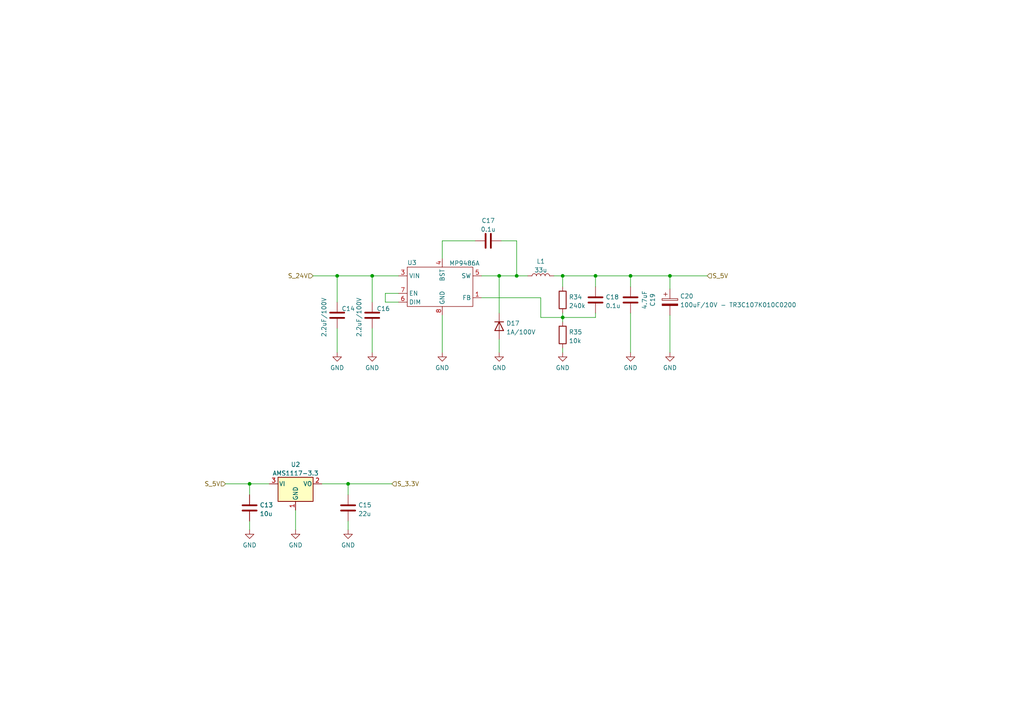
<source format=kicad_sch>
(kicad_sch (version 20211123) (generator eeschema)
  (paper "A4")
  (title_block (title "FloatPUMP Schematics") (date "2022-11-11") (rev "1.0") (company "robtor.de") (comment 1 "Controller board for up to 3 water pumps") (comment 2 "measuring capabilities with piezoresistive pressure sensors") (comment 3 "sensor input Range 4mA-20mA"))
  (lib_symbols
    (symbol "Device:C" (pin_numbers hide) (pin_names (offset 0.254))
      (property "Reference" "C" (at 0.635 2.54 0))
      (property "Value" "C" (at 0.635 -2.54 0))
      (symbol "C_0_1"
        (polyline (pts (xy -2.032 -0.762) (xy 2.032 -0.762)) (stroke (width 0.508)))
        (polyline (pts (xy -2.032 0.762) (xy 2.032 0.762)) (stroke (width 0.508)))
      )
      (symbol "C_1_1"
        (pin passive line (at 0 3.81 270) (length 2.794) (name "~") (number "1"))
        (pin passive line (at 0 -3.81 90) (length 2.794) (name "~") (number "2"))
      )
    )
    (symbol "Device:C_Polarized" (pin_numbers hide) (pin_names (offset 0.254))
      (property "Reference" "C" (at 0.635 2.54 0))
      (property "Value" "C_Polarized" (at 0.635 -2.54 0))
      (symbol "C_Polarized_0_1"
        (rectangle (start -2.286 0.508) (end 2.286 1.016))
        (polyline (pts (xy -1.778 2.286) (xy -0.762 2.286)))
        (polyline (pts (xy -1.27 2.794) (xy -1.27 1.778)))
        (rectangle (start 2.286 -0.508) (end -2.286 -1.016) (fill (type outline)))
      )
      (symbol "C_Polarized_1_1"
        (pin passive line (at 0 3.81 270) (length 2.794) (name "~") (number "1"))
        (pin passive line (at 0 -3.81 90) (length 2.794) (name "~") (number "2"))
      )
    )
    (symbol "Device:D" (pin_numbers hide) (pin_names (offset 1.016) hide)
      (property "Reference" "D" (at 0 2.54 0))
      (property "Value" "D" (at 0 -2.54 0))
      (symbol "D_0_1"
        (polyline (pts (xy -1.27 1.27) (xy -1.27 -1.27)) (stroke (width 0.254)))
        (polyline (pts (xy 1.27 0) (xy -1.27 0)))
        (polyline (pts (xy 1.27 1.27) (xy 1.27 -1.27) (xy -1.27 0) (xy 1.27 1.27)) (stroke (width 0.254)))
      )
      (symbol "D_1_1"
        (pin passive line (at -3.81 0 0) (length 2.54) (name "K") (number "1"))
        (pin passive line (at 3.81 0 180) (length 2.54) (name "A") (number "2"))
      )
    )
    (symbol "Device:L" (pin_numbers hide) (pin_names (offset 1.016) hide)
      (property "Reference" "L" (at -1.27 0 90))
      (property "Value" "L" (at 1.905 0 90))
      (symbol "L_0_1"
        (arc (start 0 -2.54) (mid 0.635 -1.905) (end 0 -1.27))
        (arc (start 0 -1.27) (mid 0.635 -0.635) (end 0 0))
        (arc (start 0 0) (mid 0.635 0.635) (end 0 1.27))
        (arc (start 0 1.27) (mid 0.635 1.905) (end 0 2.54))
      )
      (symbol "L_1_1"
        (pin passive line (at 0 3.81 270) (length 1.27) (name "1") (number "1"))
        (pin passive line (at 0 -3.81 90) (length 1.27) (name "2") (number "2"))
      )
    )
    (symbol "Device:R" (pin_numbers hide) (pin_names (offset 0))
      (property "Reference" "R" (at 2.032 0 90))
      (property "Value" "R" (at 0 0 90))
      (symbol "R_0_1"
        (rectangle (start -1.016 -2.54) (end 1.016 2.54) (stroke (width 0.254)))
      )
      (symbol "R_1_1"
        (pin passive line (at 0 3.81 270) (length 1.27) (name "~") (number "1"))
        (pin passive line (at 0 -3.81 90) (length 1.27) (name "~") (number "2"))
      )
    )
    (symbol "Regulator_Linear:AMS1117-3.3" (pin_names (offset 0.254))
      (property "Reference" "U" (at -3.81 3.175 0))
      (property "Value" "AMS1117-3.3" (at 0 3.175 0))
      (symbol "AMS1117-3.3_0_1"
        (rectangle (start -5.08 -5.08) (end 5.08 1.905) (stroke (width 0.254)) (fill (type background)))
      )
      (symbol "AMS1117-3.3_1_1"
        (pin power_in line (at 0 -7.62 90) (length 2.54) (name "GND") (number "1"))
        (pin power_out line (at 7.62 0 180) (length 2.54) (name "VO") (number "2"))
        (pin power_in line (at -7.62 0 0) (length 2.54) (name "VI") (number "3"))
      )
    )
    (symbol "custom_parts:MP9486A"
      (property "Reference" "U" (at -3.81 7.62 0))
      (property "Value" "MP9486A" (at 3.81 1.27 0))
      (symbol "MP9486A_0_1"
        (rectangle (start -5.08 6.35) (end 13.97 -5.08) (stroke (width 0.1524)))
      )
      (symbol "MP9486A_1_1"
        (pin input line (at 16.51 -2.54 180) (length 2.54) (name "FB") (number "1"))
        (pin power_in line (at -7.62 3.81 0) (length 2.54) (name "VIN") (number "3"))
        (pin bidirectional line (at 5.08 8.89 270) (length 2.54) (name "BST") (number "4"))
        (pin power_out line (at 16.51 3.81 180) (length 2.54) (name "SW") (number "5"))
        (pin input line (at -7.62 -3.81 0) (length 2.54) (name "DIM") (number "6"))
        (pin input line (at -7.62 -1.27 0) (length 2.54) (name "EN") (number "7"))
        (pin power_out line (at 5.08 -7.62 90) (length 2.54) (name "GND") (number "8"))
      )
    )
    (symbol "power:GND" (power) (pin_names (offset 0))
      (property "Value" "GND" (at 0 -3.81 0))
      (symbol "GND_0_1"
        (polyline (pts (xy 0 0) (xy 0 -1.27) (xy 1.27 -1.27) (xy 0 -2.54) (xy -1.27 -1.27) (xy 0 -1.27)))
      )
      (symbol "GND_1_1"
        (pin power_in line (at 0 0 270) (length 0) hide (name "GND") (number "1"))
      )
    )
  )
  (junction (at 163.195 80.01))
  (junction (at 107.95 80.01))
  (junction (at 172.72 80.01))
  (junction (at 97.79 80.01))
  (junction (at 144.78 80.01))
  (junction (at 72.39 140.335))
  (junction (at 163.195 92.075))
  (junction (at 182.88 80.01))
  (junction (at 194.31 80.01))
  (junction (at 100.965 140.335))
  (junction (at 149.86 80.01))
  (wire (pts (xy 163.195 92.075) (xy 163.195 93.345)))
  (wire (pts (xy 172.72 92.075) (xy 163.195 92.075)))
  (wire (pts (xy 128.27 69.85) (xy 128.27 74.93)))
  (wire (pts (xy 111.76 87.63) (xy 111.76 85.09)))
  (wire (pts (xy 145.415 69.85) (xy 149.86 69.85)))
  (wire (pts (xy 100.965 143.51) (xy 100.965 140.335)))
  (wire (pts (xy 111.76 85.09) (xy 115.57 85.09)))
  (wire (pts (xy 172.72 90.805) (xy 172.72 92.075)))
  (wire (pts (xy 107.95 80.01) (xy 115.57 80.01)))
  (wire (pts (xy 149.86 69.85) (xy 149.86 80.01)))
  (wire (pts (xy 163.195 80.01) (xy 160.655 80.01)))
  (wire (pts (xy 93.345 140.335) (xy 100.965 140.335)))
  (wire (pts (xy 107.95 80.01) (xy 107.95 87.63)))
  (wire (pts (xy 144.78 98.425) (xy 144.78 102.235)))
  (wire (pts (xy 194.31 83.82) (xy 194.31 80.01)))
  (wire (pts (xy 172.72 83.185) (xy 172.72 80.01)))
  (wire (pts (xy 85.725 153.67) (xy 85.725 147.955)))
  (wire (pts (xy 100.965 151.13) (xy 100.965 153.67)))
  (wire (pts (xy 107.95 95.25) (xy 107.95 102.235)))
  (wire (pts (xy 90.805 80.01) (xy 97.79 80.01)))
  (wire (pts (xy 65.405 140.335) (xy 72.39 140.335)))
  (wire (pts (xy 97.79 80.01) (xy 107.95 80.01)))
  (wire (pts (xy 194.31 80.01) (xy 205.105 80.01)))
  (wire (pts (xy 163.195 80.01) (xy 172.72 80.01)))
  (wire (pts (xy 72.39 151.13) (xy 72.39 153.67)))
  (wire (pts (xy 137.795 69.85) (xy 128.27 69.85)))
  (wire (pts (xy 182.88 90.805) (xy 182.88 102.235)))
  (wire (pts (xy 97.79 95.25) (xy 97.79 102.235)))
  (wire (pts (xy 128.27 91.44) (xy 128.27 102.235)))
  (wire (pts (xy 163.195 90.805) (xy 163.195 92.075)))
  (wire (pts (xy 163.195 100.965) (xy 163.195 102.235)))
  (wire (pts (xy 115.57 87.63) (xy 111.76 87.63)))
  (wire (pts (xy 156.845 92.075) (xy 163.195 92.075)))
  (wire (pts (xy 144.78 80.01) (xy 139.7 80.01)))
  (wire (pts (xy 97.79 80.01) (xy 97.79 87.63)))
  (wire (pts (xy 149.86 80.01) (xy 144.78 80.01)))
  (wire (pts (xy 194.31 91.44) (xy 194.31 102.235)))
  (wire (pts (xy 194.31 80.01) (xy 182.88 80.01)))
  (wire (pts (xy 139.7 86.36) (xy 156.845 86.36)))
  (wire (pts (xy 182.88 80.01) (xy 172.72 80.01)))
  (wire (pts (xy 72.39 140.335) (xy 72.39 143.51)))
  (wire (pts (xy 156.845 86.36) (xy 156.845 92.075)))
  (wire (pts (xy 144.78 90.805) (xy 144.78 80.01)))
  (wire (pts (xy 72.39 140.335) (xy 78.105 140.335)))
  (wire (pts (xy 100.965 140.335) (xy 113.665 140.335)))
  (wire (pts (xy 163.195 83.185) (xy 163.195 80.01)))
  (wire (pts (xy 182.88 83.185) (xy 182.88 80.01)))
  (wire (pts (xy 149.86 80.01) (xy 153.035 80.01)))
  (hierarchical_label "S_5V" (shape input) (at 205.105 80.01 0))
  (hierarchical_label "S_5V" (shape input) (at 65.405 140.335 180))
  (hierarchical_label "S_24V" (shape input) (at 90.805 80.01 180))
  (hierarchical_label "S_3.3V" (shape input) (at 113.665 140.335 0))
  (symbol (lib_id "custom_parts:MP9486A") (at 123.19 83.82 0) (unit 1)
    (property "Reference" "U3" (at 118.11 76.2 0) (effects (justify left)))
    (property "Value" "MP9486A" (at 130.2894 76.3579 0) (effects (justify left)))
    (property "Footprint" "custom_parts:MP9486A-SOIC-8" (effects hide))
    (property "Datasheet" "https://www.monolithicpower.com/pub/media/document/m/p/mp9486a_r1.0.pdf" (effects hide))
    (property "JLCPCB" "C404013" (effects hide))
  )
  (symbol (lib_id "Device:R") (at 163.195 97.155 0) (unit 1)
    (property "Reference" "R35" (at 164.973 96.3203 0) (effects (justify left)))
    (property "Value" "10k" (at 164.973 98.8572 0) (effects (justify left)))
    (property "Footprint" "Resistor_SMD:R_0603_1608Metric" (effects hide))
    (property "JLCPCB" "C238881" (effects hide))
  )
  (symbol (lib_id "power:GND") (at 72.39 153.67 0) (unit 1)
    (property "Reference" "#PWR072" (effects hide))
    (property "Value" "GND" (at 72.39 158.1134 0))
  )
  (symbol (lib_id "Device:C") (at 100.965 147.32 0) (unit 1)
    (property "Reference" "C15" (at 103.886 146.4853 0) (effects (justify left)))
    (property "Value" "22u" (at 103.886 149.0222 0) (effects (justify left)))
    (property "Footprint" "Capacitor_Tantalum_SMD:CP_EIA-3216-18_Kemet-A" (effects hide))
    (property "JLCPCB" "C129272" (effects hide))
  )
  (symbol (lib_id "power:GND") (at 182.88 102.235 0) (unit 1)
    (property "Reference" "#PWR081" (effects hide))
    (property "Value" "GND" (at 182.88 106.6784 0))
  )
  (symbol (lib_id "power:GND") (at 107.95 102.235 0) (unit 1)
    (property "Reference" "#PWR076" (effects hide))
    (property "Value" "GND" (at 107.95 106.6784 0))
  )
  (symbol (lib_id "Device:C") (at 97.79 91.44 180) (unit 1)
    (property "Reference" "C14" (at 99.06 89.535 0) (effects (justify right)))
    (property "Value" "2.2uF/100V" (at 93.98 97.79 90) (effects (justify right)))
    (property "Footprint" "Capacitor_SMD:C_1206_3216Metric" (effects hide))
    (property "Datasheet" "https://datasheet.lcsc.com/lcsc/2007130933_Samsung-Electro-Mechanics-CL31B225KCHSNNE_C170101.pdf" (effects hide))
    (property "JLCPCB" "C170101" (effects hide))
  )
  (symbol (lib_id "Device:D") (at 144.78 94.615 270) (unit 1)
    (property "Reference" "D17" (at 146.812 93.7803 90) (effects (justify left)))
    (property "Value" "1A/100V" (at 146.812 96.3172 90) (effects (justify left)))
    (property "Footprint" "Diode_SMD:D_SOD-123F" (effects hide))
    (property "Datasheet" "https://datasheet.lcsc.com/lcsc/1912111437_MCC-Micro-Commercial-Components-SM4002PL-TP_C151753.pdf" (effects hide))
    (property "JLCPCB" "C151753" (effects hide))
  )
  (symbol (lib_id "Device:C") (at 72.39 147.32 0) (unit 1)
    (property "Reference" "C13" (at 75.311 146.4853 0) (effects (justify left)))
    (property "Value" "10u" (at 75.311 149.0222 0) (effects (justify left)))
    (property "Footprint" "Capacitor_Tantalum_SMD:CP_EIA-3216-18_Kemet-A" (effects hide))
    (property "JLCPCB" "C7177" (effects hide))
  )
  (symbol (lib_id "Device:L") (at 156.845 80.01 90) (unit 1)
    (property "Reference" "L1" (at 156.845 75.8022 90))
    (property "Value" "33u" (at 156.845 78.3391 90))
    (property "Footprint" "custom_parts:L_MS1040-330M" (effects hide))
    (property "Datasheet" "https://datasheet.lcsc.com/lcsc/1912111437_COILMX-MS1040-330M_C380056.pdf" (effects hide))
    (property "JLCPCB" "C380056" (effects hide))
  )
  (symbol (lib_id "power:GND") (at 85.725 153.67 0) (unit 1)
    (property "Reference" "#PWR073" (effects hide))
    (property "Value" "GND" (at 85.725 158.1134 0))
  )
  (symbol (lib_id "Device:R") (at 163.195 86.995 0) (unit 1)
    (property "Reference" "R34" (at 164.973 86.1603 0) (effects (justify left)))
    (property "Value" "240k" (at 164.973 88.6972 0) (effects (justify left)))
    (property "Footprint" "Resistor_SMD:R_0603_1608Metric" (effects hide))
    (property "Datasheet" "https://datasheet.lcsc.com/lcsc/2206010230_UNI-ROYAL-Uniroyal-Elec-0603WAF2403T5E_C4197.pdf" (effects hide))
    (property "JLCPCB" "C4197" (effects hide))
  )
  (symbol (lib_id "power:GND") (at 144.78 102.235 0) (unit 1)
    (property "Reference" "#PWR079" (effects hide))
    (property "Value" "GND" (at 144.78 106.6784 0))
  )
  (symbol (lib_id "Device:C") (at 107.95 91.44 180) (unit 1)
    (property "Reference" "C16" (at 109.22 89.535 0) (effects (justify right)))
    (property "Value" "2.2uF/100V" (at 104.14 97.79 90) (effects (justify right)))
    (property "Footprint" "Capacitor_SMD:C_1206_3216Metric" (effects hide))
    (property "Datasheet" "https://datasheet.lcsc.com/lcsc/2007130933_Samsung-Electro-Mechanics-CL31B225KCHSNNE_C170101.pdf" (effects hide))
    (property "JLCPCB" "C170101" (effects hide))
  )
  (symbol (lib_id "power:GND") (at 128.27 102.235 0) (unit 1)
    (property "Reference" "#PWR078" (effects hide))
    (property "Value" "GND" (at 128.27 106.6784 0))
  )
  (symbol (lib_id "Device:C") (at 182.88 86.995 180) (unit 1)
    (property "Reference" "C19" (at 189.2808 86.995 90))
    (property "Value" "4.7uF" (at 186.9694 86.995 90))
    (property "Footprint" "Capacitor_SMD:C_0603_1608Metric" (effects hide))
    (property "JLCPCB" " C152896 " (effects hide))
  )
  (symbol (lib_id "power:GND") (at 97.79 102.235 0) (unit 1)
    (property "Reference" "#PWR074" (effects hide))
    (property "Value" "GND" (at 97.79 106.6784 0))
  )
  (symbol (lib_id "power:GND") (at 194.31 102.235 0) (unit 1)
    (property "Reference" "#PWR082" (effects hide))
    (property "Value" "GND" (at 194.31 106.6784 0))
  )
  (symbol (lib_id "power:GND") (at 100.965 153.67 0) (unit 1)
    (property "Reference" "#PWR075" (effects hide))
    (property "Value" "GND" (at 100.965 158.1134 0))
  )
  (symbol (lib_id "Regulator_Linear:AMS1117-3.3") (at 85.725 140.335 0) (unit 1)
    (property "Reference" "U2" (at 85.725 134.7302 0))
    (property "Value" "AMS1117-3.3" (at 85.725 137.2671 0))
    (property "Footprint" "Package_TO_SOT_SMD:SOT-223-3_TabPin2" (effects hide))
    (property "Datasheet" "https://datasheet.lcsc.com/lcsc/2110121330_YONGYUTAI-AMS1117-3-3_C2904742.pdf" (effects hide))
    (property "JLCPCB" "C2904742" (effects hide))
  )
  (symbol (lib_id "Device:C_Polarized") (at 194.31 87.63 0) (unit 1)
    (property "Reference" "C20" (at 197.231 85.9063 0) (effects (justify left)))
    (property "Value" "100uF/10V - TR3C107K010C0200" (at 197.231 88.4432 0) (effects (justify left)))
    (property "Footprint" "Capacitor_Tantalum_SMD:CP_EIA-7343-31_Kemet-D" (effects hide))
    (property "JLCPCB" "C171666" (effects hide))
  )
  (symbol (lib_id "Device:C") (at 172.72 86.995 180) (unit 1)
    (property "Reference" "C18" (at 175.641 86.1603 0) (effects (justify right)))
    (property "Value" "0.1u" (at 175.641 88.6972 0) (effects (justify right)))
    (property "Footprint" "Capacitor_SMD:C_0603_1608Metric" (effects hide))
    (property "Datasheet" "https://datasheet.lcsc.com/lcsc/1811092010_Samsung-Electro-Mechanics-CL10B104KA8NNNC_C1590.pdf" (effects hide))
    (property "JLCPCB" "C1590" (effects hide))
  )
  (symbol (lib_id "Device:C") (at 141.605 69.85 90) (unit 1)
    (property "Reference" "C17" (at 141.605 63.9912 90))
    (property "Value" "0.1u" (at 141.605 66.5281 90))
    (property "Footprint" "Capacitor_SMD:C_0603_1608Metric" (effects hide))
    (property "Datasheet" "https://datasheet.lcsc.com/lcsc/1811092010_Samsung-Electro-Mechanics-CL10B104KA8NNNC_C1590.pdf" (effects hide))
    (property "JLCPCB" "C1590" (effects hide))
  )
  (symbol (lib_id "power:GND") (at 163.195 102.235 0) (unit 1)
    (property "Reference" "#PWR080" (effects hide))
    (property "Value" "GND" (at 163.195 106.6784 0))
  )
)
</source>
